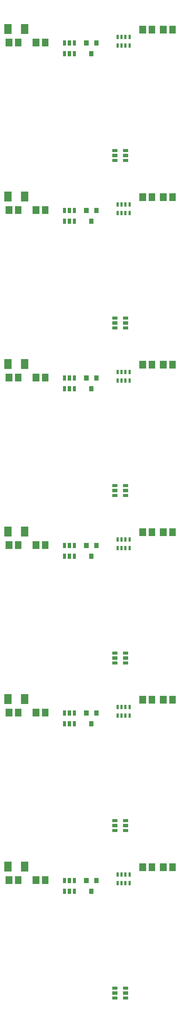
<source format=gbr>
G04 start of page 10 for group -4015 idx -4015 *
G04 Title: (unknown), toppaste *
G04 Creator: pcb 20110918 *
G04 CreationDate: Sun 20 Dec 2015 04:06:38 AM GMT UTC *
G04 For: petersen *
G04 Format: Gerber/RS-274X *
G04 PCB-Dimensions: 170000 770000 *
G04 PCB-Coordinate-Origin: lower left *
%MOIN*%
%FSLAX25Y25*%
%LNTOPPASTE*%
%ADD80R,0.0167X0.0167*%
%ADD79R,0.0550X0.0550*%
%ADD78R,0.0240X0.0240*%
%ADD77R,0.0340X0.0340*%
%ADD76R,0.0512X0.0512*%
G54D76*X63000Y753393D02*Y752607D01*
X55914Y753393D02*Y752607D01*
G54D77*X102900Y753000D02*Y752400D01*
X95100Y753000D02*Y752400D01*
X99000Y744800D02*Y744200D01*
G54D76*X42043Y753393D02*Y752607D01*
X34957Y753393D02*Y752607D01*
G54D78*X124700Y661500D02*X126300D01*
X124700Y665400D02*X126300D01*
X124700Y669300D02*X126300D01*
X116500D02*X118100D01*
X116500Y665400D02*X118100D01*
X116500Y661500D02*X118100D01*
G54D76*X154957Y763393D02*Y762607D01*
X162043Y763393D02*Y762607D01*
X146043Y763393D02*Y762607D01*
X138957Y763393D02*Y762607D01*
G54D79*X34000Y764500D02*Y762500D01*
X47000Y764500D02*Y762500D01*
G54D80*X128724Y758283D02*Y756413D01*
X125575Y758283D02*Y756413D01*
X122425Y758283D02*Y756413D01*
X119276Y758283D02*Y756413D01*
Y751587D02*Y749717D01*
X122425Y751587D02*Y749717D01*
X125575Y751587D02*Y749717D01*
X128724Y751587D02*Y749717D01*
G54D78*X78000Y745300D02*Y743700D01*
X81900Y745300D02*Y743700D01*
X85800Y745300D02*Y743700D01*
Y753500D02*Y751900D01*
X81900Y753500D02*Y751900D01*
X78000Y753500D02*Y751900D01*
G54D76*X63000Y623393D02*Y622607D01*
X55914Y623393D02*Y622607D01*
G54D77*X102900Y623000D02*Y622400D01*
X95100Y623000D02*Y622400D01*
X99000Y614800D02*Y614200D01*
G54D76*X42043Y623393D02*Y622607D01*
X34957Y623393D02*Y622607D01*
G54D78*X124700Y531500D02*X126300D01*
X124700Y535400D02*X126300D01*
X124700Y539300D02*X126300D01*
X116500D02*X118100D01*
X116500Y535400D02*X118100D01*
X116500Y531500D02*X118100D01*
G54D76*X154957Y633393D02*Y632607D01*
X162043Y633393D02*Y632607D01*
X146043Y633393D02*Y632607D01*
X138957Y633393D02*Y632607D01*
G54D79*X34000Y634500D02*Y632500D01*
X47000Y634500D02*Y632500D01*
G54D80*X128724Y628283D02*Y626413D01*
X125575Y628283D02*Y626413D01*
X122425Y628283D02*Y626413D01*
X119276Y628283D02*Y626413D01*
Y621587D02*Y619717D01*
X122425Y621587D02*Y619717D01*
X125575Y621587D02*Y619717D01*
X128724Y621587D02*Y619717D01*
G54D78*X78000Y615300D02*Y613700D01*
X81900Y615300D02*Y613700D01*
X85800Y615300D02*Y613700D01*
Y623500D02*Y621900D01*
X81900Y623500D02*Y621900D01*
X78000Y623500D02*Y621900D01*
G54D76*X63000Y493393D02*Y492607D01*
X55914Y493393D02*Y492607D01*
G54D77*X102900Y493000D02*Y492400D01*
X95100Y493000D02*Y492400D01*
X99000Y484800D02*Y484200D01*
G54D76*X42043Y493393D02*Y492607D01*
X34957Y493393D02*Y492607D01*
G54D78*X124700Y401500D02*X126300D01*
X124700Y405400D02*X126300D01*
X124700Y409300D02*X126300D01*
X116500D02*X118100D01*
X116500Y405400D02*X118100D01*
X116500Y401500D02*X118100D01*
G54D76*X154957Y503393D02*Y502607D01*
X162043Y503393D02*Y502607D01*
X146043Y503393D02*Y502607D01*
X138957Y503393D02*Y502607D01*
G54D79*X34000Y504500D02*Y502500D01*
X47000Y504500D02*Y502500D01*
G54D80*X128724Y498283D02*Y496413D01*
X125575Y498283D02*Y496413D01*
X122425Y498283D02*Y496413D01*
X119276Y498283D02*Y496413D01*
Y491587D02*Y489717D01*
X122425Y491587D02*Y489717D01*
X125575Y491587D02*Y489717D01*
X128724Y491587D02*Y489717D01*
G54D78*X78000Y485300D02*Y483700D01*
X81900Y485300D02*Y483700D01*
X85800Y485300D02*Y483700D01*
Y493500D02*Y491900D01*
X81900Y493500D02*Y491900D01*
X78000Y493500D02*Y491900D01*
G54D76*X63000Y363393D02*Y362607D01*
X55914Y363393D02*Y362607D01*
G54D77*X102900Y363000D02*Y362400D01*
X95100Y363000D02*Y362400D01*
X99000Y354800D02*Y354200D01*
G54D76*X42043Y363393D02*Y362607D01*
X34957Y363393D02*Y362607D01*
G54D78*X124700Y271500D02*X126300D01*
X124700Y275400D02*X126300D01*
X124700Y279300D02*X126300D01*
X116500D02*X118100D01*
X116500Y275400D02*X118100D01*
X116500Y271500D02*X118100D01*
G54D76*X154957Y373393D02*Y372607D01*
X162043Y373393D02*Y372607D01*
X146043Y373393D02*Y372607D01*
X138957Y373393D02*Y372607D01*
G54D79*X34000Y374500D02*Y372500D01*
X47000Y374500D02*Y372500D01*
G54D80*X128724Y368283D02*Y366413D01*
X125575Y368283D02*Y366413D01*
X122425Y368283D02*Y366413D01*
X119276Y368283D02*Y366413D01*
Y361587D02*Y359717D01*
X122425Y361587D02*Y359717D01*
X125575Y361587D02*Y359717D01*
X128724Y361587D02*Y359717D01*
G54D78*X78000Y355300D02*Y353700D01*
X81900Y355300D02*Y353700D01*
X85800Y355300D02*Y353700D01*
Y363500D02*Y361900D01*
X81900Y363500D02*Y361900D01*
X78000Y363500D02*Y361900D01*
G54D76*X63000Y233393D02*Y232607D01*
X55914Y233393D02*Y232607D01*
G54D77*X102900Y233000D02*Y232400D01*
X95100Y233000D02*Y232400D01*
X99000Y224800D02*Y224200D01*
G54D76*X42043Y233393D02*Y232607D01*
X34957Y233393D02*Y232607D01*
G54D78*X124700Y141500D02*X126300D01*
X124700Y145400D02*X126300D01*
X124700Y149300D02*X126300D01*
X116500D02*X118100D01*
X116500Y145400D02*X118100D01*
X116500Y141500D02*X118100D01*
G54D76*X154957Y243393D02*Y242607D01*
X162043Y243393D02*Y242607D01*
X146043Y243393D02*Y242607D01*
X138957Y243393D02*Y242607D01*
G54D79*X34000Y244500D02*Y242500D01*
X47000Y244500D02*Y242500D01*
G54D80*X128724Y238283D02*Y236413D01*
X125575Y238283D02*Y236413D01*
X122425Y238283D02*Y236413D01*
X119276Y238283D02*Y236413D01*
Y231587D02*Y229717D01*
X122425Y231587D02*Y229717D01*
X125575Y231587D02*Y229717D01*
X128724Y231587D02*Y229717D01*
G54D78*X78000Y225300D02*Y223700D01*
X81900Y225300D02*Y223700D01*
X85800Y225300D02*Y223700D01*
Y233500D02*Y231900D01*
X81900Y233500D02*Y231900D01*
X78000Y233500D02*Y231900D01*
G54D76*X63000Y103393D02*Y102607D01*
X55914Y103393D02*Y102607D01*
G54D77*X102900Y103000D02*Y102400D01*
X95100Y103000D02*Y102400D01*
X99000Y94800D02*Y94200D01*
G54D76*X42043Y103393D02*Y102607D01*
X34957Y103393D02*Y102607D01*
G54D78*X124700Y11500D02*X126300D01*
X124700Y15400D02*X126300D01*
X124700Y19300D02*X126300D01*
X116500D02*X118100D01*
X116500Y15400D02*X118100D01*
X116500Y11500D02*X118100D01*
G54D76*X154957Y113393D02*Y112607D01*
X162043Y113393D02*Y112607D01*
X146043Y113393D02*Y112607D01*
X138957Y113393D02*Y112607D01*
G54D79*X34000Y114500D02*Y112500D01*
X47000Y114500D02*Y112500D01*
G54D80*X128724Y108283D02*Y106413D01*
X125575Y108283D02*Y106413D01*
X122425Y108283D02*Y106413D01*
X119276Y108283D02*Y106413D01*
Y101587D02*Y99717D01*
X122425Y101587D02*Y99717D01*
X125575Y101587D02*Y99717D01*
X128724Y101587D02*Y99717D01*
G54D78*X78000Y95300D02*Y93700D01*
X81900Y95300D02*Y93700D01*
X85800Y95300D02*Y93700D01*
Y103500D02*Y101900D01*
X81900Y103500D02*Y101900D01*
X78000Y103500D02*Y101900D01*
M02*

</source>
